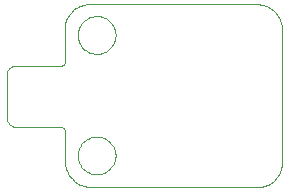
<source format=gbp>
G75*
%MOIN*%
%OFA0B0*%
%FSLAX24Y24*%
%IPPOS*%
%LPD*%
%AMOC8*
5,1,8,0,0,1.08239X$1,22.5*
%
%ADD10C,0.0000*%
D10*
X004197Y001446D02*
X009709Y001446D01*
X009709Y001445D02*
X009764Y001448D01*
X009819Y001455D01*
X009874Y001465D01*
X009927Y001479D01*
X009980Y001496D01*
X010031Y001517D01*
X010081Y001541D01*
X010129Y001569D01*
X010176Y001599D01*
X010220Y001632D01*
X010262Y001668D01*
X010302Y001707D01*
X010339Y001748D01*
X010373Y001792D01*
X010404Y001838D01*
X010432Y001886D01*
X010457Y001935D01*
X010479Y001986D01*
X010497Y002038D01*
X010512Y002092D01*
X010523Y002146D01*
X010531Y002201D01*
X010535Y002256D01*
X010536Y002312D01*
X010536Y006682D01*
X010535Y006738D01*
X010531Y006793D01*
X010523Y006848D01*
X010512Y006902D01*
X010497Y006956D01*
X010479Y007008D01*
X010457Y007059D01*
X010432Y007108D01*
X010404Y007156D01*
X010373Y007202D01*
X010339Y007246D01*
X010302Y007287D01*
X010262Y007326D01*
X010220Y007362D01*
X010176Y007395D01*
X010129Y007425D01*
X010081Y007453D01*
X010031Y007477D01*
X009980Y007498D01*
X009927Y007515D01*
X009874Y007529D01*
X009819Y007539D01*
X009764Y007546D01*
X009709Y007549D01*
X009709Y007548D02*
X004119Y007548D01*
X003292Y006761D02*
X003292Y005659D01*
X003293Y005637D01*
X003291Y005615D01*
X003286Y005594D01*
X003277Y005574D01*
X003265Y005556D01*
X003251Y005539D01*
X003234Y005525D01*
X003215Y005514D01*
X003195Y005506D01*
X003174Y005501D01*
X001638Y005501D01*
X001638Y005502D02*
X001607Y005500D01*
X001577Y005495D01*
X001547Y005487D01*
X001518Y005475D01*
X001491Y005460D01*
X001466Y005442D01*
X001443Y005421D01*
X001422Y005398D01*
X001404Y005373D01*
X001389Y005346D01*
X001377Y005317D01*
X001369Y005287D01*
X001364Y005257D01*
X001362Y005226D01*
X001363Y005226D02*
X001363Y003769D01*
X001365Y003736D01*
X001370Y003704D01*
X001378Y003672D01*
X001390Y003641D01*
X001405Y003612D01*
X001423Y003584D01*
X001444Y003558D01*
X001467Y003535D01*
X001493Y003514D01*
X001521Y003496D01*
X001550Y003481D01*
X001581Y003469D01*
X001613Y003461D01*
X001645Y003456D01*
X001678Y003454D01*
X003134Y003454D01*
X003156Y003455D01*
X003178Y003453D01*
X003199Y003448D01*
X003219Y003439D01*
X003237Y003427D01*
X003254Y003413D01*
X003268Y003396D01*
X003279Y003377D01*
X003287Y003357D01*
X003292Y003336D01*
X003292Y002352D01*
X003291Y002352D02*
X003293Y002293D01*
X003299Y002234D01*
X003308Y002175D01*
X003322Y002118D01*
X003339Y002061D01*
X003360Y002005D01*
X003384Y001951D01*
X003412Y001899D01*
X003444Y001849D01*
X003478Y001800D01*
X003516Y001755D01*
X003556Y001711D01*
X003600Y001671D01*
X003645Y001633D01*
X003694Y001599D01*
X003744Y001567D01*
X003796Y001539D01*
X003850Y001515D01*
X003906Y001494D01*
X003963Y001477D01*
X004020Y001463D01*
X004079Y001454D01*
X004138Y001448D01*
X004197Y001446D01*
X003725Y002509D02*
X003727Y002559D01*
X003733Y002609D01*
X003743Y002658D01*
X003757Y002706D01*
X003774Y002753D01*
X003795Y002798D01*
X003820Y002842D01*
X003848Y002883D01*
X003880Y002922D01*
X003914Y002959D01*
X003951Y002993D01*
X003991Y003023D01*
X004033Y003050D01*
X004077Y003074D01*
X004123Y003095D01*
X004170Y003111D01*
X004218Y003124D01*
X004268Y003133D01*
X004317Y003138D01*
X004368Y003139D01*
X004418Y003136D01*
X004467Y003129D01*
X004516Y003118D01*
X004564Y003103D01*
X004610Y003085D01*
X004655Y003063D01*
X004698Y003037D01*
X004739Y003008D01*
X004778Y002976D01*
X004814Y002941D01*
X004846Y002903D01*
X004876Y002863D01*
X004903Y002820D01*
X004926Y002776D01*
X004945Y002730D01*
X004961Y002682D01*
X004973Y002633D01*
X004981Y002584D01*
X004985Y002534D01*
X004985Y002484D01*
X004981Y002434D01*
X004973Y002385D01*
X004961Y002336D01*
X004945Y002288D01*
X004926Y002242D01*
X004903Y002198D01*
X004876Y002155D01*
X004846Y002115D01*
X004814Y002077D01*
X004778Y002042D01*
X004739Y002010D01*
X004698Y001981D01*
X004655Y001955D01*
X004610Y001933D01*
X004564Y001915D01*
X004516Y001900D01*
X004467Y001889D01*
X004418Y001882D01*
X004368Y001879D01*
X004317Y001880D01*
X004268Y001885D01*
X004218Y001894D01*
X004170Y001907D01*
X004123Y001923D01*
X004077Y001944D01*
X004033Y001968D01*
X003991Y001995D01*
X003951Y002025D01*
X003914Y002059D01*
X003880Y002096D01*
X003848Y002135D01*
X003820Y002176D01*
X003795Y002220D01*
X003774Y002265D01*
X003757Y002312D01*
X003743Y002360D01*
X003733Y002409D01*
X003727Y002459D01*
X003725Y002509D01*
X003725Y006525D02*
X003727Y006575D01*
X003733Y006625D01*
X003743Y006674D01*
X003757Y006722D01*
X003774Y006769D01*
X003795Y006814D01*
X003820Y006858D01*
X003848Y006899D01*
X003880Y006938D01*
X003914Y006975D01*
X003951Y007009D01*
X003991Y007039D01*
X004033Y007066D01*
X004077Y007090D01*
X004123Y007111D01*
X004170Y007127D01*
X004218Y007140D01*
X004268Y007149D01*
X004317Y007154D01*
X004368Y007155D01*
X004418Y007152D01*
X004467Y007145D01*
X004516Y007134D01*
X004564Y007119D01*
X004610Y007101D01*
X004655Y007079D01*
X004698Y007053D01*
X004739Y007024D01*
X004778Y006992D01*
X004814Y006957D01*
X004846Y006919D01*
X004876Y006879D01*
X004903Y006836D01*
X004926Y006792D01*
X004945Y006746D01*
X004961Y006698D01*
X004973Y006649D01*
X004981Y006600D01*
X004985Y006550D01*
X004985Y006500D01*
X004981Y006450D01*
X004973Y006401D01*
X004961Y006352D01*
X004945Y006304D01*
X004926Y006258D01*
X004903Y006214D01*
X004876Y006171D01*
X004846Y006131D01*
X004814Y006093D01*
X004778Y006058D01*
X004739Y006026D01*
X004698Y005997D01*
X004655Y005971D01*
X004610Y005949D01*
X004564Y005931D01*
X004516Y005916D01*
X004467Y005905D01*
X004418Y005898D01*
X004368Y005895D01*
X004317Y005896D01*
X004268Y005901D01*
X004218Y005910D01*
X004170Y005923D01*
X004123Y005939D01*
X004077Y005960D01*
X004033Y005984D01*
X003991Y006011D01*
X003951Y006041D01*
X003914Y006075D01*
X003880Y006112D01*
X003848Y006151D01*
X003820Y006192D01*
X003795Y006236D01*
X003774Y006281D01*
X003757Y006328D01*
X003743Y006376D01*
X003733Y006425D01*
X003727Y006475D01*
X003725Y006525D01*
X003292Y006761D02*
X003295Y006816D01*
X003302Y006870D01*
X003313Y006924D01*
X003327Y006978D01*
X003345Y007030D01*
X003367Y007080D01*
X003392Y007130D01*
X003420Y007177D01*
X003451Y007222D01*
X003486Y007265D01*
X003523Y007306D01*
X003563Y007344D01*
X003605Y007379D01*
X003650Y007411D01*
X003697Y007441D01*
X003745Y007466D01*
X003796Y007489D01*
X003847Y007508D01*
X003900Y007523D01*
X003954Y007535D01*
X004009Y007543D01*
X004064Y007547D01*
X004119Y007548D01*
M02*

</source>
